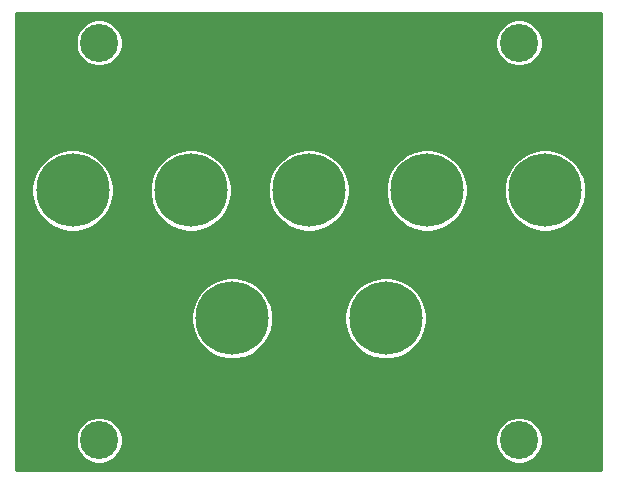
<source format=gbl>
G04 #@! TF.GenerationSoftware,KiCad,Pcbnew,(5.1.8)-1*
G04 #@! TF.CreationDate,2021-07-28T22:21:21-04:00*
G04 #@! TF.ProjectId,nearless_front_panel,6e656172-6c65-4737-935f-66726f6e745f,rev?*
G04 #@! TF.SameCoordinates,Original*
G04 #@! TF.FileFunction,Copper,L2,Bot*
G04 #@! TF.FilePolarity,Positive*
%FSLAX46Y46*%
G04 Gerber Fmt 4.6, Leading zero omitted, Abs format (unit mm)*
G04 Created by KiCad (PCBNEW (5.1.8)-1) date 2021-07-28 22:21:21*
%MOMM*%
%LPD*%
G01*
G04 APERTURE LIST*
G04 #@! TA.AperFunction,WasherPad*
%ADD10C,3.220000*%
G04 #@! TD*
G04 #@! TA.AperFunction,WasherPad*
%ADD11C,6.200000*%
G04 #@! TD*
G04 #@! TA.AperFunction,NonConductor*
%ADD12C,0.254000*%
G04 #@! TD*
G04 #@! TA.AperFunction,NonConductor*
%ADD13C,0.100000*%
G04 #@! TD*
G04 APERTURE END LIST*
D10*
X166070000Y-25835000D03*
X201620000Y-25835000D03*
X201620000Y-59485000D03*
X166070000Y-59485000D03*
D11*
X190325000Y-49150000D03*
X177325000Y-49150000D03*
X163820000Y-38335000D03*
X203820000Y-38335000D03*
X193820000Y-38335000D03*
X183820000Y-38335000D03*
X173820000Y-38335000D03*
D12*
X208589001Y-62004000D02*
X159051000Y-62004000D01*
X159051000Y-59288904D01*
X164079000Y-59288904D01*
X164079000Y-59681096D01*
X164155513Y-60065753D01*
X164305598Y-60428092D01*
X164523489Y-60754189D01*
X164800811Y-61031511D01*
X165126908Y-61249402D01*
X165489247Y-61399487D01*
X165873904Y-61476000D01*
X166266096Y-61476000D01*
X166650753Y-61399487D01*
X167013092Y-61249402D01*
X167339189Y-61031511D01*
X167616511Y-60754189D01*
X167834402Y-60428092D01*
X167984487Y-60065753D01*
X168061000Y-59681096D01*
X168061000Y-59288904D01*
X199629000Y-59288904D01*
X199629000Y-59681096D01*
X199705513Y-60065753D01*
X199855598Y-60428092D01*
X200073489Y-60754189D01*
X200350811Y-61031511D01*
X200676908Y-61249402D01*
X201039247Y-61399487D01*
X201423904Y-61476000D01*
X201816096Y-61476000D01*
X202200753Y-61399487D01*
X202563092Y-61249402D01*
X202889189Y-61031511D01*
X203166511Y-60754189D01*
X203384402Y-60428092D01*
X203534487Y-60065753D01*
X203611000Y-59681096D01*
X203611000Y-59288904D01*
X203534487Y-58904247D01*
X203384402Y-58541908D01*
X203166511Y-58215811D01*
X202889189Y-57938489D01*
X202563092Y-57720598D01*
X202200753Y-57570513D01*
X201816096Y-57494000D01*
X201423904Y-57494000D01*
X201039247Y-57570513D01*
X200676908Y-57720598D01*
X200350811Y-57938489D01*
X200073489Y-58215811D01*
X199855598Y-58541908D01*
X199705513Y-58904247D01*
X199629000Y-59288904D01*
X168061000Y-59288904D01*
X167984487Y-58904247D01*
X167834402Y-58541908D01*
X167616511Y-58215811D01*
X167339189Y-57938489D01*
X167013092Y-57720598D01*
X166650753Y-57570513D01*
X166266096Y-57494000D01*
X165873904Y-57494000D01*
X165489247Y-57570513D01*
X165126908Y-57720598D01*
X164800811Y-57938489D01*
X164523489Y-58215811D01*
X164305598Y-58541908D01*
X164155513Y-58904247D01*
X164079000Y-59288904D01*
X159051000Y-59288904D01*
X159051000Y-48807151D01*
X173844000Y-48807151D01*
X173844000Y-49492849D01*
X173977773Y-50165370D01*
X174240178Y-50798872D01*
X174621131Y-51369008D01*
X175105992Y-51853869D01*
X175676128Y-52234822D01*
X176309630Y-52497227D01*
X176982151Y-52631000D01*
X177667849Y-52631000D01*
X178340370Y-52497227D01*
X178973872Y-52234822D01*
X179544008Y-51853869D01*
X180028869Y-51369008D01*
X180409822Y-50798872D01*
X180672227Y-50165370D01*
X180806000Y-49492849D01*
X180806000Y-48807151D01*
X186844000Y-48807151D01*
X186844000Y-49492849D01*
X186977773Y-50165370D01*
X187240178Y-50798872D01*
X187621131Y-51369008D01*
X188105992Y-51853869D01*
X188676128Y-52234822D01*
X189309630Y-52497227D01*
X189982151Y-52631000D01*
X190667849Y-52631000D01*
X191340370Y-52497227D01*
X191973872Y-52234822D01*
X192544008Y-51853869D01*
X193028869Y-51369008D01*
X193409822Y-50798872D01*
X193672227Y-50165370D01*
X193806000Y-49492849D01*
X193806000Y-48807151D01*
X193672227Y-48134630D01*
X193409822Y-47501128D01*
X193028869Y-46930992D01*
X192544008Y-46446131D01*
X191973872Y-46065178D01*
X191340370Y-45802773D01*
X190667849Y-45669000D01*
X189982151Y-45669000D01*
X189309630Y-45802773D01*
X188676128Y-46065178D01*
X188105992Y-46446131D01*
X187621131Y-46930992D01*
X187240178Y-47501128D01*
X186977773Y-48134630D01*
X186844000Y-48807151D01*
X180806000Y-48807151D01*
X180672227Y-48134630D01*
X180409822Y-47501128D01*
X180028869Y-46930992D01*
X179544008Y-46446131D01*
X178973872Y-46065178D01*
X178340370Y-45802773D01*
X177667849Y-45669000D01*
X176982151Y-45669000D01*
X176309630Y-45802773D01*
X175676128Y-46065178D01*
X175105992Y-46446131D01*
X174621131Y-46930992D01*
X174240178Y-47501128D01*
X173977773Y-48134630D01*
X173844000Y-48807151D01*
X159051000Y-48807151D01*
X159051000Y-37992151D01*
X160339000Y-37992151D01*
X160339000Y-38677849D01*
X160472773Y-39350370D01*
X160735178Y-39983872D01*
X161116131Y-40554008D01*
X161600992Y-41038869D01*
X162171128Y-41419822D01*
X162804630Y-41682227D01*
X163477151Y-41816000D01*
X164162849Y-41816000D01*
X164835370Y-41682227D01*
X165468872Y-41419822D01*
X166039008Y-41038869D01*
X166523869Y-40554008D01*
X166904822Y-39983872D01*
X167167227Y-39350370D01*
X167301000Y-38677849D01*
X167301000Y-37992151D01*
X170339000Y-37992151D01*
X170339000Y-38677849D01*
X170472773Y-39350370D01*
X170735178Y-39983872D01*
X171116131Y-40554008D01*
X171600992Y-41038869D01*
X172171128Y-41419822D01*
X172804630Y-41682227D01*
X173477151Y-41816000D01*
X174162849Y-41816000D01*
X174835370Y-41682227D01*
X175468872Y-41419822D01*
X176039008Y-41038869D01*
X176523869Y-40554008D01*
X176904822Y-39983872D01*
X177167227Y-39350370D01*
X177301000Y-38677849D01*
X177301000Y-37992151D01*
X180339000Y-37992151D01*
X180339000Y-38677849D01*
X180472773Y-39350370D01*
X180735178Y-39983872D01*
X181116131Y-40554008D01*
X181600992Y-41038869D01*
X182171128Y-41419822D01*
X182804630Y-41682227D01*
X183477151Y-41816000D01*
X184162849Y-41816000D01*
X184835370Y-41682227D01*
X185468872Y-41419822D01*
X186039008Y-41038869D01*
X186523869Y-40554008D01*
X186904822Y-39983872D01*
X187167227Y-39350370D01*
X187301000Y-38677849D01*
X187301000Y-37992151D01*
X190339000Y-37992151D01*
X190339000Y-38677849D01*
X190472773Y-39350370D01*
X190735178Y-39983872D01*
X191116131Y-40554008D01*
X191600992Y-41038869D01*
X192171128Y-41419822D01*
X192804630Y-41682227D01*
X193477151Y-41816000D01*
X194162849Y-41816000D01*
X194835370Y-41682227D01*
X195468872Y-41419822D01*
X196039008Y-41038869D01*
X196523869Y-40554008D01*
X196904822Y-39983872D01*
X197167227Y-39350370D01*
X197301000Y-38677849D01*
X197301000Y-37992151D01*
X200339000Y-37992151D01*
X200339000Y-38677849D01*
X200472773Y-39350370D01*
X200735178Y-39983872D01*
X201116131Y-40554008D01*
X201600992Y-41038869D01*
X202171128Y-41419822D01*
X202804630Y-41682227D01*
X203477151Y-41816000D01*
X204162849Y-41816000D01*
X204835370Y-41682227D01*
X205468872Y-41419822D01*
X206039008Y-41038869D01*
X206523869Y-40554008D01*
X206904822Y-39983872D01*
X207167227Y-39350370D01*
X207301000Y-38677849D01*
X207301000Y-37992151D01*
X207167227Y-37319630D01*
X206904822Y-36686128D01*
X206523869Y-36115992D01*
X206039008Y-35631131D01*
X205468872Y-35250178D01*
X204835370Y-34987773D01*
X204162849Y-34854000D01*
X203477151Y-34854000D01*
X202804630Y-34987773D01*
X202171128Y-35250178D01*
X201600992Y-35631131D01*
X201116131Y-36115992D01*
X200735178Y-36686128D01*
X200472773Y-37319630D01*
X200339000Y-37992151D01*
X197301000Y-37992151D01*
X197167227Y-37319630D01*
X196904822Y-36686128D01*
X196523869Y-36115992D01*
X196039008Y-35631131D01*
X195468872Y-35250178D01*
X194835370Y-34987773D01*
X194162849Y-34854000D01*
X193477151Y-34854000D01*
X192804630Y-34987773D01*
X192171128Y-35250178D01*
X191600992Y-35631131D01*
X191116131Y-36115992D01*
X190735178Y-36686128D01*
X190472773Y-37319630D01*
X190339000Y-37992151D01*
X187301000Y-37992151D01*
X187167227Y-37319630D01*
X186904822Y-36686128D01*
X186523869Y-36115992D01*
X186039008Y-35631131D01*
X185468872Y-35250178D01*
X184835370Y-34987773D01*
X184162849Y-34854000D01*
X183477151Y-34854000D01*
X182804630Y-34987773D01*
X182171128Y-35250178D01*
X181600992Y-35631131D01*
X181116131Y-36115992D01*
X180735178Y-36686128D01*
X180472773Y-37319630D01*
X180339000Y-37992151D01*
X177301000Y-37992151D01*
X177167227Y-37319630D01*
X176904822Y-36686128D01*
X176523869Y-36115992D01*
X176039008Y-35631131D01*
X175468872Y-35250178D01*
X174835370Y-34987773D01*
X174162849Y-34854000D01*
X173477151Y-34854000D01*
X172804630Y-34987773D01*
X172171128Y-35250178D01*
X171600992Y-35631131D01*
X171116131Y-36115992D01*
X170735178Y-36686128D01*
X170472773Y-37319630D01*
X170339000Y-37992151D01*
X167301000Y-37992151D01*
X167167227Y-37319630D01*
X166904822Y-36686128D01*
X166523869Y-36115992D01*
X166039008Y-35631131D01*
X165468872Y-35250178D01*
X164835370Y-34987773D01*
X164162849Y-34854000D01*
X163477151Y-34854000D01*
X162804630Y-34987773D01*
X162171128Y-35250178D01*
X161600992Y-35631131D01*
X161116131Y-36115992D01*
X160735178Y-36686128D01*
X160472773Y-37319630D01*
X160339000Y-37992151D01*
X159051000Y-37992151D01*
X159051000Y-25638904D01*
X164079000Y-25638904D01*
X164079000Y-26031096D01*
X164155513Y-26415753D01*
X164305598Y-26778092D01*
X164523489Y-27104189D01*
X164800811Y-27381511D01*
X165126908Y-27599402D01*
X165489247Y-27749487D01*
X165873904Y-27826000D01*
X166266096Y-27826000D01*
X166650753Y-27749487D01*
X167013092Y-27599402D01*
X167339189Y-27381511D01*
X167616511Y-27104189D01*
X167834402Y-26778092D01*
X167984487Y-26415753D01*
X168061000Y-26031096D01*
X168061000Y-25638904D01*
X199629000Y-25638904D01*
X199629000Y-26031096D01*
X199705513Y-26415753D01*
X199855598Y-26778092D01*
X200073489Y-27104189D01*
X200350811Y-27381511D01*
X200676908Y-27599402D01*
X201039247Y-27749487D01*
X201423904Y-27826000D01*
X201816096Y-27826000D01*
X202200753Y-27749487D01*
X202563092Y-27599402D01*
X202889189Y-27381511D01*
X203166511Y-27104189D01*
X203384402Y-26778092D01*
X203534487Y-26415753D01*
X203611000Y-26031096D01*
X203611000Y-25638904D01*
X203534487Y-25254247D01*
X203384402Y-24891908D01*
X203166511Y-24565811D01*
X202889189Y-24288489D01*
X202563092Y-24070598D01*
X202200753Y-23920513D01*
X201816096Y-23844000D01*
X201423904Y-23844000D01*
X201039247Y-23920513D01*
X200676908Y-24070598D01*
X200350811Y-24288489D01*
X200073489Y-24565811D01*
X199855598Y-24891908D01*
X199705513Y-25254247D01*
X199629000Y-25638904D01*
X168061000Y-25638904D01*
X167984487Y-25254247D01*
X167834402Y-24891908D01*
X167616511Y-24565811D01*
X167339189Y-24288489D01*
X167013092Y-24070598D01*
X166650753Y-23920513D01*
X166266096Y-23844000D01*
X165873904Y-23844000D01*
X165489247Y-23920513D01*
X165126908Y-24070598D01*
X164800811Y-24288489D01*
X164523489Y-24565811D01*
X164305598Y-24891908D01*
X164155513Y-25254247D01*
X164079000Y-25638904D01*
X159051000Y-25638904D01*
X159051000Y-23316000D01*
X208589000Y-23316000D01*
X208589001Y-62004000D01*
G04 #@! TA.AperFunction,NonConductor*
D13*
G36*
X208589001Y-62004000D02*
G01*
X159051000Y-62004000D01*
X159051000Y-59288904D01*
X164079000Y-59288904D01*
X164079000Y-59681096D01*
X164155513Y-60065753D01*
X164305598Y-60428092D01*
X164523489Y-60754189D01*
X164800811Y-61031511D01*
X165126908Y-61249402D01*
X165489247Y-61399487D01*
X165873904Y-61476000D01*
X166266096Y-61476000D01*
X166650753Y-61399487D01*
X167013092Y-61249402D01*
X167339189Y-61031511D01*
X167616511Y-60754189D01*
X167834402Y-60428092D01*
X167984487Y-60065753D01*
X168061000Y-59681096D01*
X168061000Y-59288904D01*
X199629000Y-59288904D01*
X199629000Y-59681096D01*
X199705513Y-60065753D01*
X199855598Y-60428092D01*
X200073489Y-60754189D01*
X200350811Y-61031511D01*
X200676908Y-61249402D01*
X201039247Y-61399487D01*
X201423904Y-61476000D01*
X201816096Y-61476000D01*
X202200753Y-61399487D01*
X202563092Y-61249402D01*
X202889189Y-61031511D01*
X203166511Y-60754189D01*
X203384402Y-60428092D01*
X203534487Y-60065753D01*
X203611000Y-59681096D01*
X203611000Y-59288904D01*
X203534487Y-58904247D01*
X203384402Y-58541908D01*
X203166511Y-58215811D01*
X202889189Y-57938489D01*
X202563092Y-57720598D01*
X202200753Y-57570513D01*
X201816096Y-57494000D01*
X201423904Y-57494000D01*
X201039247Y-57570513D01*
X200676908Y-57720598D01*
X200350811Y-57938489D01*
X200073489Y-58215811D01*
X199855598Y-58541908D01*
X199705513Y-58904247D01*
X199629000Y-59288904D01*
X168061000Y-59288904D01*
X167984487Y-58904247D01*
X167834402Y-58541908D01*
X167616511Y-58215811D01*
X167339189Y-57938489D01*
X167013092Y-57720598D01*
X166650753Y-57570513D01*
X166266096Y-57494000D01*
X165873904Y-57494000D01*
X165489247Y-57570513D01*
X165126908Y-57720598D01*
X164800811Y-57938489D01*
X164523489Y-58215811D01*
X164305598Y-58541908D01*
X164155513Y-58904247D01*
X164079000Y-59288904D01*
X159051000Y-59288904D01*
X159051000Y-48807151D01*
X173844000Y-48807151D01*
X173844000Y-49492849D01*
X173977773Y-50165370D01*
X174240178Y-50798872D01*
X174621131Y-51369008D01*
X175105992Y-51853869D01*
X175676128Y-52234822D01*
X176309630Y-52497227D01*
X176982151Y-52631000D01*
X177667849Y-52631000D01*
X178340370Y-52497227D01*
X178973872Y-52234822D01*
X179544008Y-51853869D01*
X180028869Y-51369008D01*
X180409822Y-50798872D01*
X180672227Y-50165370D01*
X180806000Y-49492849D01*
X180806000Y-48807151D01*
X186844000Y-48807151D01*
X186844000Y-49492849D01*
X186977773Y-50165370D01*
X187240178Y-50798872D01*
X187621131Y-51369008D01*
X188105992Y-51853869D01*
X188676128Y-52234822D01*
X189309630Y-52497227D01*
X189982151Y-52631000D01*
X190667849Y-52631000D01*
X191340370Y-52497227D01*
X191973872Y-52234822D01*
X192544008Y-51853869D01*
X193028869Y-51369008D01*
X193409822Y-50798872D01*
X193672227Y-50165370D01*
X193806000Y-49492849D01*
X193806000Y-48807151D01*
X193672227Y-48134630D01*
X193409822Y-47501128D01*
X193028869Y-46930992D01*
X192544008Y-46446131D01*
X191973872Y-46065178D01*
X191340370Y-45802773D01*
X190667849Y-45669000D01*
X189982151Y-45669000D01*
X189309630Y-45802773D01*
X188676128Y-46065178D01*
X188105992Y-46446131D01*
X187621131Y-46930992D01*
X187240178Y-47501128D01*
X186977773Y-48134630D01*
X186844000Y-48807151D01*
X180806000Y-48807151D01*
X180672227Y-48134630D01*
X180409822Y-47501128D01*
X180028869Y-46930992D01*
X179544008Y-46446131D01*
X178973872Y-46065178D01*
X178340370Y-45802773D01*
X177667849Y-45669000D01*
X176982151Y-45669000D01*
X176309630Y-45802773D01*
X175676128Y-46065178D01*
X175105992Y-46446131D01*
X174621131Y-46930992D01*
X174240178Y-47501128D01*
X173977773Y-48134630D01*
X173844000Y-48807151D01*
X159051000Y-48807151D01*
X159051000Y-37992151D01*
X160339000Y-37992151D01*
X160339000Y-38677849D01*
X160472773Y-39350370D01*
X160735178Y-39983872D01*
X161116131Y-40554008D01*
X161600992Y-41038869D01*
X162171128Y-41419822D01*
X162804630Y-41682227D01*
X163477151Y-41816000D01*
X164162849Y-41816000D01*
X164835370Y-41682227D01*
X165468872Y-41419822D01*
X166039008Y-41038869D01*
X166523869Y-40554008D01*
X166904822Y-39983872D01*
X167167227Y-39350370D01*
X167301000Y-38677849D01*
X167301000Y-37992151D01*
X170339000Y-37992151D01*
X170339000Y-38677849D01*
X170472773Y-39350370D01*
X170735178Y-39983872D01*
X171116131Y-40554008D01*
X171600992Y-41038869D01*
X172171128Y-41419822D01*
X172804630Y-41682227D01*
X173477151Y-41816000D01*
X174162849Y-41816000D01*
X174835370Y-41682227D01*
X175468872Y-41419822D01*
X176039008Y-41038869D01*
X176523869Y-40554008D01*
X176904822Y-39983872D01*
X177167227Y-39350370D01*
X177301000Y-38677849D01*
X177301000Y-37992151D01*
X180339000Y-37992151D01*
X180339000Y-38677849D01*
X180472773Y-39350370D01*
X180735178Y-39983872D01*
X181116131Y-40554008D01*
X181600992Y-41038869D01*
X182171128Y-41419822D01*
X182804630Y-41682227D01*
X183477151Y-41816000D01*
X184162849Y-41816000D01*
X184835370Y-41682227D01*
X185468872Y-41419822D01*
X186039008Y-41038869D01*
X186523869Y-40554008D01*
X186904822Y-39983872D01*
X187167227Y-39350370D01*
X187301000Y-38677849D01*
X187301000Y-37992151D01*
X190339000Y-37992151D01*
X190339000Y-38677849D01*
X190472773Y-39350370D01*
X190735178Y-39983872D01*
X191116131Y-40554008D01*
X191600992Y-41038869D01*
X192171128Y-41419822D01*
X192804630Y-41682227D01*
X193477151Y-41816000D01*
X194162849Y-41816000D01*
X194835370Y-41682227D01*
X195468872Y-41419822D01*
X196039008Y-41038869D01*
X196523869Y-40554008D01*
X196904822Y-39983872D01*
X197167227Y-39350370D01*
X197301000Y-38677849D01*
X197301000Y-37992151D01*
X200339000Y-37992151D01*
X200339000Y-38677849D01*
X200472773Y-39350370D01*
X200735178Y-39983872D01*
X201116131Y-40554008D01*
X201600992Y-41038869D01*
X202171128Y-41419822D01*
X202804630Y-41682227D01*
X203477151Y-41816000D01*
X204162849Y-41816000D01*
X204835370Y-41682227D01*
X205468872Y-41419822D01*
X206039008Y-41038869D01*
X206523869Y-40554008D01*
X206904822Y-39983872D01*
X207167227Y-39350370D01*
X207301000Y-38677849D01*
X207301000Y-37992151D01*
X207167227Y-37319630D01*
X206904822Y-36686128D01*
X206523869Y-36115992D01*
X206039008Y-35631131D01*
X205468872Y-35250178D01*
X204835370Y-34987773D01*
X204162849Y-34854000D01*
X203477151Y-34854000D01*
X202804630Y-34987773D01*
X202171128Y-35250178D01*
X201600992Y-35631131D01*
X201116131Y-36115992D01*
X200735178Y-36686128D01*
X200472773Y-37319630D01*
X200339000Y-37992151D01*
X197301000Y-37992151D01*
X197167227Y-37319630D01*
X196904822Y-36686128D01*
X196523869Y-36115992D01*
X196039008Y-35631131D01*
X195468872Y-35250178D01*
X194835370Y-34987773D01*
X194162849Y-34854000D01*
X193477151Y-34854000D01*
X192804630Y-34987773D01*
X192171128Y-35250178D01*
X191600992Y-35631131D01*
X191116131Y-36115992D01*
X190735178Y-36686128D01*
X190472773Y-37319630D01*
X190339000Y-37992151D01*
X187301000Y-37992151D01*
X187167227Y-37319630D01*
X186904822Y-36686128D01*
X186523869Y-36115992D01*
X186039008Y-35631131D01*
X185468872Y-35250178D01*
X184835370Y-34987773D01*
X184162849Y-34854000D01*
X183477151Y-34854000D01*
X182804630Y-34987773D01*
X182171128Y-35250178D01*
X181600992Y-35631131D01*
X181116131Y-36115992D01*
X180735178Y-36686128D01*
X180472773Y-37319630D01*
X180339000Y-37992151D01*
X177301000Y-37992151D01*
X177167227Y-37319630D01*
X176904822Y-36686128D01*
X176523869Y-36115992D01*
X176039008Y-35631131D01*
X175468872Y-35250178D01*
X174835370Y-34987773D01*
X174162849Y-34854000D01*
X173477151Y-34854000D01*
X172804630Y-34987773D01*
X172171128Y-35250178D01*
X171600992Y-35631131D01*
X171116131Y-36115992D01*
X170735178Y-36686128D01*
X170472773Y-37319630D01*
X170339000Y-37992151D01*
X167301000Y-37992151D01*
X167167227Y-37319630D01*
X166904822Y-36686128D01*
X166523869Y-36115992D01*
X166039008Y-35631131D01*
X165468872Y-35250178D01*
X164835370Y-34987773D01*
X164162849Y-34854000D01*
X163477151Y-34854000D01*
X162804630Y-34987773D01*
X162171128Y-35250178D01*
X161600992Y-35631131D01*
X161116131Y-36115992D01*
X160735178Y-36686128D01*
X160472773Y-37319630D01*
X160339000Y-37992151D01*
X159051000Y-37992151D01*
X159051000Y-25638904D01*
X164079000Y-25638904D01*
X164079000Y-26031096D01*
X164155513Y-26415753D01*
X164305598Y-26778092D01*
X164523489Y-27104189D01*
X164800811Y-27381511D01*
X165126908Y-27599402D01*
X165489247Y-27749487D01*
X165873904Y-27826000D01*
X166266096Y-27826000D01*
X166650753Y-27749487D01*
X167013092Y-27599402D01*
X167339189Y-27381511D01*
X167616511Y-27104189D01*
X167834402Y-26778092D01*
X167984487Y-26415753D01*
X168061000Y-26031096D01*
X168061000Y-25638904D01*
X199629000Y-25638904D01*
X199629000Y-26031096D01*
X199705513Y-26415753D01*
X199855598Y-26778092D01*
X200073489Y-27104189D01*
X200350811Y-27381511D01*
X200676908Y-27599402D01*
X201039247Y-27749487D01*
X201423904Y-27826000D01*
X201816096Y-27826000D01*
X202200753Y-27749487D01*
X202563092Y-27599402D01*
X202889189Y-27381511D01*
X203166511Y-27104189D01*
X203384402Y-26778092D01*
X203534487Y-26415753D01*
X203611000Y-26031096D01*
X203611000Y-25638904D01*
X203534487Y-25254247D01*
X203384402Y-24891908D01*
X203166511Y-24565811D01*
X202889189Y-24288489D01*
X202563092Y-24070598D01*
X202200753Y-23920513D01*
X201816096Y-23844000D01*
X201423904Y-23844000D01*
X201039247Y-23920513D01*
X200676908Y-24070598D01*
X200350811Y-24288489D01*
X200073489Y-24565811D01*
X199855598Y-24891908D01*
X199705513Y-25254247D01*
X199629000Y-25638904D01*
X168061000Y-25638904D01*
X167984487Y-25254247D01*
X167834402Y-24891908D01*
X167616511Y-24565811D01*
X167339189Y-24288489D01*
X167013092Y-24070598D01*
X166650753Y-23920513D01*
X166266096Y-23844000D01*
X165873904Y-23844000D01*
X165489247Y-23920513D01*
X165126908Y-24070598D01*
X164800811Y-24288489D01*
X164523489Y-24565811D01*
X164305598Y-24891908D01*
X164155513Y-25254247D01*
X164079000Y-25638904D01*
X159051000Y-25638904D01*
X159051000Y-23316000D01*
X208589000Y-23316000D01*
X208589001Y-62004000D01*
G37*
G04 #@! TD.AperFunction*
M02*

</source>
